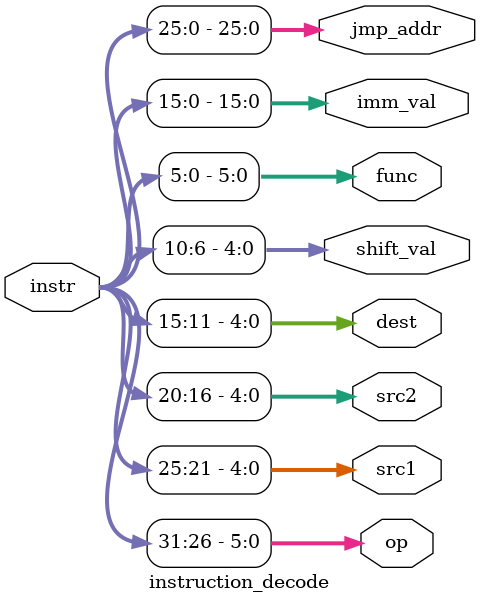
<source format=v>


`timescale 1ns / 1ps
module instruction_decode (
    input [31:0] instr,
    output [5:0] op,
    output [4:0] src1,
    output [4:0] src2,
    output [4:0] dest,
    output [4:0] shift_val,
    output [5:0] func,
    output [15:0] imm_val,
    output [25:0] jmp_addr
);
    assign op = instr[31:26];
    assign src1 = instr[25:21];
    assign src2 = instr[20:16];
    assign dest = instr[15:11];
    assign shift_val = instr[10:6];
    assign func = instr[5:0];
    assign imm_val = instr[15:0];
    assign jmp_addr = instr[25:0];
    
endmodule

</source>
